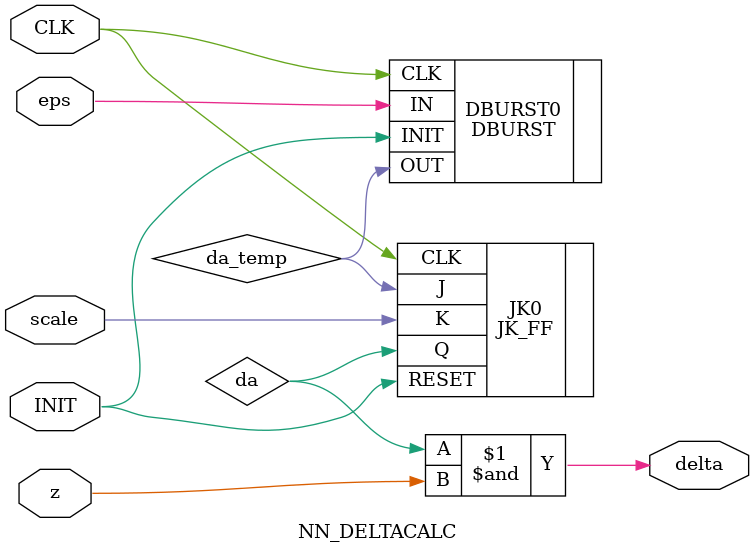
<source format=v>


module NN_DELTACALC(eps,z,scale,delta,INIT,CLK);

parameter MEMSIZE = 6;

input INIT,CLK;
input eps,z,scale;
output delta;

wire da,da_temp; // da/dz

DBURST DBURST0(.IN(eps),.OUT(da_temp),.CLK(CLK),.INIT(INIT));
defparam DBURST0.MEMSIZE = MEMSIZE;

JK_FF JK0(.J(da_temp), .K(scale), .CLK(CLK), .Q(da), .RESET(INIT));

and a0(delta,da,z);

endmodule
</source>
